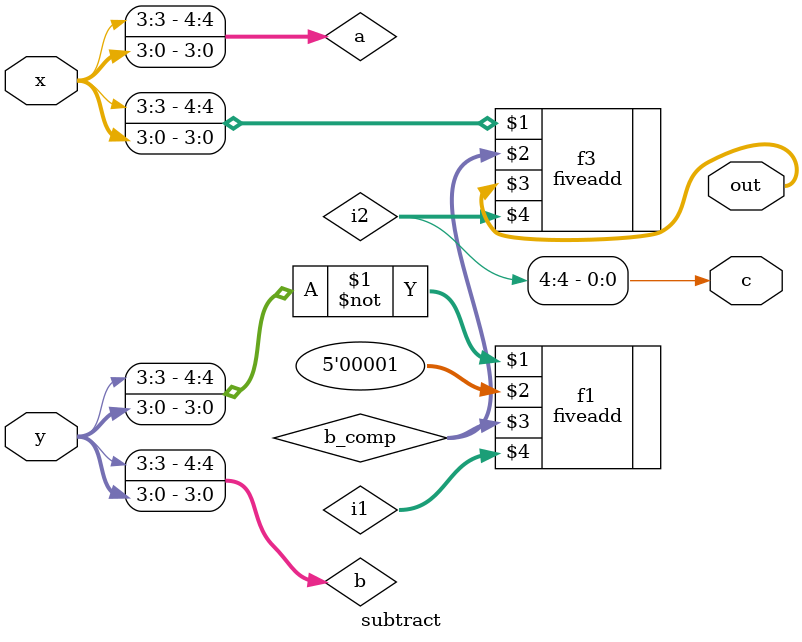
<source format=v>
module subtract(x,y,out,c);

input [3:0] x, y;
output [4:0] out;
output c;
wire [4:0] a,b,b_comp,i1,i2;

assign a[2:0] = x[2:0];
assign a[3] = x[3];
assign a[4] = x[3];

assign b[2:0] = y[2:0];
assign b[3] = y[3];
assign b[4] = y[3];

fiveadd f1(~b,5'b00001,b_comp,i1);
fiveadd f3(a,b_comp,out,i2);
assign c = i2[4];

endmodule

</source>
